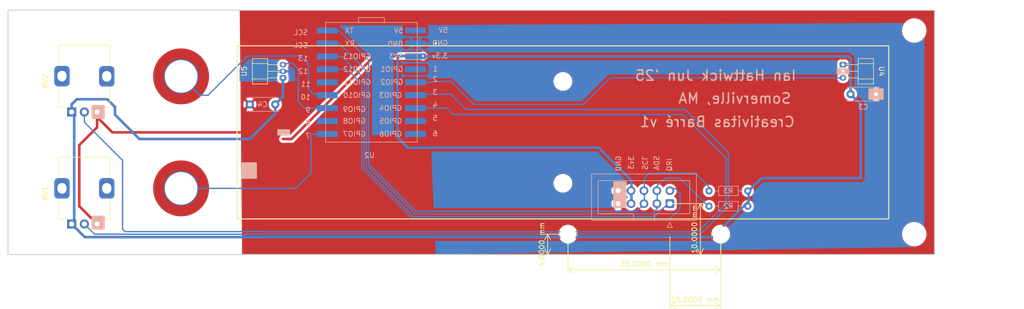
<source format=kicad_pcb>
(kicad_pcb (version 20240108) (generator "pcbnew") (generator_version "8.0")
  (layers (0 "F.Cu" signal) (31 "B.Cu" signal) (34 "B.Paste" user) (35 "F.Paste" user) (36 "B.SilkS" user "B.Silkscreen") (37 "F.SilkS" user "F.Silkscreen") (38 "B.Mask" user) (39 "F.Mask" user) (44 "Edge.Cuts" user))
  (net 0 "")
  (net 1 "/A1")
  (net 2 "+3.3V")
  (net 3 "GND")
  (net 4 "/A2")
  (net 5 "/A3")
  (net 6 "/A4")
  (net 7 "/A5")
  (net 8 "/A6")
  (net 9 "/A0")
  (net 10 "/D2")
  (net 11 "/D1")
  (net 12 "/A8")
  (net 13 "/SCL")
  (net 14 "/SDA")
  (net 15 "/A7")
  (net 16 "/A9")
  (net 17 "/D0")
  (footprint "Potentiometer_THT:Potentiometer_Alps_RK09K_Single_Vertical" (layer "F.Cu") (at 56.5 112 90)
    (property "Reference" "RV1" (at 6.05 -5.15 90) (layer "F.SilkS"))
    (property "Value" "10k")
    (fp_line (start 13.12 -2.521) (end 13.12 7.52) (stroke (width 0.12)) (layer "F.SilkS"))
    (fp_line (start 9.184 -2.521) (end 13.12 -2.521) (stroke (width 0.12)) (layer "F.SilkS"))
    (fp_line (start 0.88 -2.521) (end 4.817 -2.521) (stroke (width 0.12)) (layer "F.SilkS"))
    (fp_line (start 0.88 -2.521) (end 0.88 -1.2) (stroke (width 0.12)) (layer "F.SilkS"))
    (fp_line (start 0.88 1.25) (end 0.88 1.63) (stroke (width 0.12)) (layer "F.SilkS"))
    (fp_line (start 0.88 3.371) (end 0.88 4.13) (stroke (width 0.12)) (layer "F.SilkS"))
    (fp_line (start 0.88 5.87) (end 0.88 7.52) (stroke (width 0.12)) (layer "F.SilkS"))
    (fp_line (start 9.184 7.52) (end 13.12 7.52) (stroke (width 0.12)) (layer "F.SilkS"))
    (fp_line (start 0.88 7.52) (end 4.817 7.52) (stroke (width 0.12)) (layer "F.SilkS"))
    (pad "1" thru_hole rect (at 0 0 90) (size 1.8 1.8) (drill 1) (layers "*.Cu" "*.Mask") (net 2 "+3.3V"))
    (pad "2" thru_hole circle (at 0 2.5 90) (size 1.8 1.8) (drill 1) (layers "*.Cu" "*.Mask") (net 4 "/A2"))
    (pad "3" thru_hole circle (at 0 5 90) (size 1.8 1.8) (drill 1) (layers "*.Cu" "*.Mask") (net 3 "GND"))
    (pad "MP" thru_hole roundrect (at 7 -1.9 90) (size 4 3) (drill oval 2.1 1.8) (layers "*.Cu" "*.Mask"))
    (pad "MP" thru_hole roundrect (at 7 6.9 90) (size 4 3) (drill oval 2.1 1.8) (layers "*.Cu" "*.Mask"))
  )
  (footprint "MountingHole:MountingHole_3.2mm_M3" (layer "F.Cu") (at 225.3 87.9)
    (property "Reference" "H4" (hide yes))
    (property "Value" "MountingHole" (hide yes))
    (pad "" np_thru_hole circle (at -72.3 -3.9) (size 3.2 3.2) (drill 3.2) (layers "F&B.Cu" "*.Mask"))
  )
  (footprint "MountingHole:MountingHole_4.3mm_M4" (layer "F.Cu") (at 222 113)
    (property "Reference" "H5" (hide yes))
    (property "Value" "MountingHole")
    (pad "" np_thru_hole circle (at 0 1) (size 4.3 4.3) (drill 4.3) (layers "F&B.Cu" "*.Mask"))
  )
  (footprint "ih_kicad:TO-92_flat" (layer "F.Cu") (at 98 82 90)
    (property "Reference" "U5" (at 0 -7.62 90) (layer "F.SilkS"))
    (property "Value" "DRV5055A2xLPGxQ1" (hide yes))
    (fp_line (start 1.5 -6) (end 1.5 -3) (stroke (width 0.12)) (layer "F.SilkS"))
    (fp_line (start -1.5 -6) (end -1.5 -3) (stroke (width 0.12)) (layer "F.SilkS"))
    (fp_line (start 1.3 -0.5) (end 1.3 -3) (stroke (width 0.12)) (layer "F.SilkS"))
    (fp_line (start 0 -0.5) (end 0 -3) (stroke (width 0.12)) (layer "F.SilkS"))
    (fp_line (start -1.3 -0.5) (end -1.3 -3) (stroke (width 0.12)) (layer "F.SilkS"))
    (fp_rect (start -2.5 -6) (end 2.5 -3) (stroke (width 0.12)) (fill none) (layer "F.SilkS"))
    (pad "1" thru_hole roundrect (at -1.3 0 90) (size 1.05 1.3) (drill 0.6) (layers "*.Cu" "*.Mask") (roundrect_rratio 0.238) (net 2 "+3.3V"))
    (pad "2" thru_hole oval (at 0 0 90) (size 1.05 1.3) (drill 0.6) (layers "*.Cu" "*.Mask") (net 3 "GND"))
    (pad "3" thru_hole oval (at 1.3 0 90) (size 1.05 1.3) (drill 0.6) (layers "*.Cu" "*.Mask") (net 12 "/A8"))
  )
  (footprint "ih_kicad:TO-92_flat" (layer "F.Cu") (at 208 82 -90)
    (property "Reference" "U4" (at 0 -7.62 -90) (layer "F.SilkS"))
    (property "Value" "DRV5055A2xLPGxQ1" (hide yes))
    (fp_line (start -1.3 -0.5) (end -1.3 -3) (stroke (width 0.12)) (layer "F.SilkS"))
    (fp_line (start 0 -0.5) (end 0 -3) (stroke (width 0.12)) (layer "F.SilkS"))
    (fp_line (start 1.3 -0.5) (end 1.3 -3) (stroke (width 0.12)) (layer "F.SilkS"))
    (fp_line (start -1.5 -6) (end -1.5 -3) (stroke (width 0.12)) (layer "F.SilkS"))
    (fp_line (start 1.5 -6) (end 1.5 -3) (stroke (width 0.12)) (layer "F.SilkS"))
    (fp_rect (start -2.5 -6) (end 2.5 -3) (stroke (width 0.12)) (fill none) (layer "F.SilkS"))
    (pad "1" thru_hole roundrect (at -1.3 0 270) (size 1.05 1.3) (drill 0.6) (layers "*.Cu" "*.Mask") (roundrect_rratio 0.238) (net 2 "+3.3V"))
    (pad "2" thru_hole oval (at 0 0 270) (size 1.05 1.3) (drill 0.6) (layers "*.Cu" "*.Mask") (net 3 "GND"))
    (pad "3" thru_hole oval (at 1.3 0 270) (size 1.05 1.3) (drill 0.6) (layers "*.Cu" "*.Mask") (net 1 "/A1"))
  )
  (footprint "MountingHole:MountingHole_6.4mm_M6_DIN965_Pad_TopBottom" (layer "F.Cu") (at 78 105)
    (property "Reference" "H8" (hide yes))
    (property "Value" "MountingHole_Pad" (hide yes))
    (pad "1" thru_hole circle (at 0 0) (size 6.8 6.8) (drill 6.4) (layers "*.Cu" "*.Mask") (net 8 "/A6"))
    (pad "1" connect circle (at 0 0) (size 11 11) (layers "F.Cu" "F.Mask") (net 8 "/A6"))
  )
  (footprint "MountingHole:MountingHole_4.3mm_M4" (layer "F.Cu") (at 239 101)
    (property "Reference" "H3" (hide yes))
    (property "Value" "MountingHole" (hide yes))
    (pad "" np_thru_hole circle (at -17 -27) (size 4.3 4.3) (drill 4.3) (layers "F&B.Cu" "*.Mask"))
  )
  (footprint "MountingHole:MountingHole_3.2mm_M3" (layer "F.Cu") (at 154 114)
    (property "Reference" "H9" (hide yes))
    (property "Value" "MountingHole")
    (pad "" np_thru_hole circle (at 0 0) (size 3.2 3.2) (drill 3.2) (layers "F&B.Cu" "*.Mask"))
  )
  (footprint "MountingHole:MountingHole_3.2mm_M3" (layer "F.Cu") (at 225.3 103.8)
    (property "Reference" "H6" (hide yes))
    (property "Value" "MountingHole" (hide yes))
    (pad "" np_thru_hole circle (at -72.3 0.2) (size 3.2 3.2) (drill 3.2) (layers "F&B.Cu" "*.Mask"))
  )
  (footprint "Potentiometer_THT:Potentiometer_Alps_RK09K_Single_Vertical" (layer "F.Cu") (at 56.5 90 90)
    (property "Reference" "RV2" (at 6.05 -5.15 90) (layer "F.SilkS"))
    (property "Value" "10k")
    (fp_line (start 13.12 -2.521) (end 13.12 7.52) (stroke (width 0.12)) (layer "F.SilkS"))
    (fp_line (start 9.184 -2.521) (end 13.12 -2.521) (stroke (width 0.12)) (layer "F.SilkS"))
    (fp_line (start 0.88 -2.521) (end 4.817 -2.521) (stroke (width 0.12)) (layer "F.SilkS"))
    (fp_line (start 0.88 -2.521) (end 0.88 -1.2) (stroke (width 0.12)) (layer "F.SilkS"))
    (fp_line (start 0.88 1.25) (end 0.88 1.63) (stroke (width 0.12)) (layer "F.SilkS"))
    (fp_line (start 0.88 3.371) (end 0.88 4.13) (stroke (width 0.12)) (layer "F.SilkS"))
    (fp_line (start 0.88 5.87) (end 0.88 7.52) (stroke (width 0.12)) (layer "F.SilkS"))
    (fp_line (start 9.184 7.52) (end 13.12 7.52) (stroke (width 0.12)) (layer "F.SilkS"))
    (fp_line (start 0.88 7.52) (end 4.817 7.52) (stroke (width 0.12)) (layer "F.SilkS"))
    (pad "1" thru_hole rect (at 0 0 90) (size 1.8 1.8) (drill 1) (layers "*.Cu" "*.Mask") (net 2 "+3.3V"))
    (pad "2" thru_hole circle (at 0 2.5 90) (size 1.8 1.8) (drill 1) (layers "*.Cu" "*.Mask") (net 5 "/A3"))
    (pad "3" thru_hole circle (at 0 5 90) (size 1.8 1.8) (drill 1) (layers "*.Cu" "*.Mask") (net 3 "GND"))
    (pad "MP" thru_hole roundrect (at 7 6.9 90) (size 4 3) (drill oval 2.1 1.8) (layers "*.Cu" "*.Mask"))
    (pad "MP" thru_hole roundrect (at 7.05 -1.9 90) (size 4 3) (drill oval 2.1 1.8) (layers "*.Cu" "*.Mask"))
  )
  (footprint "MountingHole:MountingHole_4.3mm_M4" (layer "F.Cu") (at 47 114)
    (property "Reference" "H2" (hide yes))
    (property "Value" "MountingHole" (hide yes))
    (pad "" np_thru_hole circle (at 1 0) (size 4.3 4.3) (drill 4.3) (layers "F&B.Cu" "*.Mask"))
  )
  (footprint "MountingHole:MountingHole_6.4mm_M6_DIN965_Pad_TopBottom" (layer "F.Cu") (at 78 83)
    (property "Reference" "H7" (hide yes))
    (property "Value" "MountingHole_Pad" (hide yes))
    (pad "1" thru_hole circle (at 0 0) (size 6.8 6.8) (drill 6.4) (layers "*.Cu" "*.Mask") (net 16 "/A9"))
    (pad "1" connect circle (at 0 0) (size 11 11) (layers "F.Cu" "F.Mask") (net 16 "/A9"))
  )
  (footprint "MountingHole:MountingHole_3.2mm_M3" (layer "F.Cu") (at 185 114)
    (property "Reference" "H10" (hide yes))
    (property "Value" "MountingHole")
    (pad "" np_thru_hole circle (at -1 0) (size 3.2 3.2) (drill 3.2) (layers "F&B.Cu" "*.Mask"))
  )
  (footprint "MountingHole:MountingHole_4.3mm_M4" (layer "F.Cu") (at 48 74)
    (property "Reference" "H1" (hide yes))
    (property "Value" "MountingHole" (hide yes))
    (pad "" np_thru_hole circle (at 0 0) (size 4.3 4.3) (drill 4.3) (layers "F&B.Cu" "*.Mask"))
  )
  (footprint "Capacitor_THT:C_Disc_D6.0mm_W2.5mm_P5.00mm" (layer "B.Cu") (at 209.5 86.5)
    (property "Reference" "C3" (at 2.5 2.5 0) (layer "B.SilkS") (effects (justify mirror)))
    (property "Value" "C_Small")
    (fp_line (start -0.62 -1.37) (end -0.62 -0.925) (stroke (width 0.12)) (layer "B.SilkS"))
    (fp_line (start -0.62 0.925) (end -0.62 1.37) (stroke (width 0.12)) (layer "B.SilkS"))
    (fp_line (start 5.62 -1.37) (end -0.62 -1.37) (stroke (width 0.12)) (layer "B.SilkS"))
    (fp_line (start 5.62 -1.37) (end 5.62 -0.925) (stroke (width 0.12)) (layer "B.SilkS"))
    (fp_line (start 5.62 0.925) (end 5.62 1.37) (stroke (width 0.12)) (layer "B.SilkS"))
    (fp_line (start 5.62 1.37) (end -0.62 1.37) (stroke (width 0.12)) (layer "B.SilkS"))
    (pad "1" thru_hole circle (at 0 0) (size 1.6 1.6) (drill 0.8) (layers "*.Cu" "*.Mask") (net 2 "+3.3V"))
    (pad "2" thru_hole circle (at 5 0) (size 1.6 1.6) (drill 0.8) (layers "*.Cu" "*.Mask") (net 3 "GND"))
  )
  (footprint "Connector_IDC:IDC-Header_2x05_P2.54mm_Vertical" (layer "B.Cu") (at 174 108 90)
    (property "Reference" "J3" (hide yes))
    (property "Value" "IDC_5x2")
    (fp_line (start 5.83 -15.37) (end 5.83 5.21) (stroke (width 0.12)) (layer "B.SilkS"))
    (fp_line (start -3.29 -15.37) (end 5.83 -15.37) (stroke (width 0.12)) (layer "B.SilkS"))
    (fp_line (start 4.52 -14.07) (end 4.52 3.91) (stroke (width 0.12)) (layer "B.SilkS"))
    (fp_line (start -1.98 -14.07) (end 4.52 -14.07) (stroke (width 0.12)) (layer "B.SilkS"))
    (fp_line (start -1.98 -7.13) (end -1.98 -14.07) (stroke (width 0.12)) (layer "B.SilkS"))
    (fp_line (start -1.98 -7.13) (end -1.98 -7.13) (stroke (width 0.12)) (layer "B.SilkS"))
    (fp_line (start -3.29 -7.13) (end -1.98 -7.13) (stroke (width 0.12)) (layer "B.SilkS"))
    (fp_line (start -1.98 -3.03) (end -3.29 -3.03) (stroke (width 0.12)) (layer "B.SilkS"))
    (fp_line (start -4.68 -0.5) (end -4.68 0.5) (stroke (width 0.12)) (layer "B.SilkS"))
    (fp_line (start -3.68 0) (end -4.68 -0.5) (stroke (width 0.12)) (layer "B.SilkS"))
    (fp_line (start -4.68 0.5) (end -3.68 0) (stroke (width 0.12)) (layer "B.SilkS"))
    (fp_line (start 4.52 3.91) (end -1.98 3.91) (stroke (width 0.12)) (layer "B.SilkS"))
    (fp_line (start -1.98 3.91) (end -1.98 -3.03) (stroke (width 0.12)) (layer "B.SilkS"))
    (fp_line (start 5.83 5.21) (end -3.29 5.21) (stroke (width 0.12)) (layer "B.SilkS"))
    (fp_line (start -3.29 5.21) (end -3.29 -15.37) (stroke (width 0.12)) (layer "B.SilkS"))
    (pad "1" thru_hole roundrect (at 0 0 90) (size 1.7 1.7) (drill 1) (layers "*.Cu" "*.Mask") (roundrect_rratio 0.147059) (net 10 "/D2"))
    (pad "2" thru_hole circle (at 2.54 0 90) (size 1.7 1.7) (drill 1) (layers "*.Cu" "*.Mask") (net 11 "/D1"))
    (pad "3" thru_hole circle (at 0 -2.54 90) (size 1.7 1.7) (drill 1) (layers "*.Cu" "*.Mask") (net 14 "/SDA"))
    (pad "4" thru_hole circle (at 2.54 -2.54 90) (size 1.7 1.7) (drill 1) (layers "*.Cu" "*.Mask") (net 14 "/SDA"))
    (pad "5" thru_hole circle (at 0 -5.08 90) (size 1.7 1.7) (drill 1) (layers "*.Cu" "*.Mask") (net 13 "/SCL"))
    (pad "6" thru_hole circle (at 2.54 -5.08 90) (size 1.7 1.7) (drill 1) (layers "*.Cu" "*.Mask") (net 13 "/SCL"))
    (pad "7" thru_hole circle (at 0 -7.62 90) (size 1.7 1.7) (drill 1) (layers "*.Cu" "*.Mask") (net 2 "+3.3V"))
    (pad "8" thru_hole circle (at 2.54 -7.62 90) (size 1.7 1.7) (drill 1) (layers "*.Cu" "*.Mask") (net 2 "+3.3V"))
    (pad "9" thru_hole circle (at 0 -10.16 90) (size 1.7 1.7) (drill 1) (layers "*.Cu" "*.Mask") (net 3 "GND"))
    (pad "10" thru_hole circle (at 2.54 -10.16 90) (size 1.7 1.7) (drill 1) (layers "*.Cu" "*.Mask") (net 3 "GND"))
  )
  (footprint "Resistor_THT:R_Axial_DIN0204_L3.6mm_D1.6mm_P7.62mm_Horizontal" (layer "B.Cu") (at 189.31 105.5 180)
    (property "Reference" "R3" (at 3.81 0 0) (layer "B.SilkS") (effects (justify mirror)))
    (property "Value" "2k2")
    (fp_line (start 5.73 0.92) (end 5.73 -0.92) (stroke (width 0.12)) (layer "B.SilkS"))
    (fp_line (start 5.73 0) (end 6.68 0) (stroke (width 0.12)) (layer "B.SilkS"))
    (fp_line (start 5.73 -0.92) (end 1.89 -0.92) (stroke (width 0.12)) (layer "B.SilkS"))
    (fp_line (start 1.89 0.92) (end 5.73 0.92) (stroke (width 0.12)) (layer "B.SilkS"))
    (fp_line (start 1.89 0) (end 0.94 0) (stroke (width 0.12)) (layer "B.SilkS"))
    (fp_line (start 1.89 -0.92) (end 1.89 0.92) (stroke (width 0.12)) (layer "B.SilkS"))
    (pad "1" thru_hole circle (at 0 0 180) (size 1.4 1.4) (drill 0.7) (layers "*.Cu" "*.Mask") (net 2 "+3.3V"))
    (pad "2" thru_hole oval (at 7.62 0 180) (size 1.4 1.4) (drill 0.7) (layers "*.Cu" "*.Mask") (net 13 "/SCL"))
  )
  (footprint "ih_kicad:Wifiduino-ESP32S3-SMD" (layer "B.Cu") (at 115.38 84.16 180)
    (property "Reference" "U2" (at 0.38 -14.34 0) (layer "B.SilkS") (effects (justify mirror)))
    (property "Value" "~")
    (fp_line (start 9 11.75) (end 9 -11.75) (stroke (width 0.12)) (layer "B.SilkS"))
    (fp_line (start 9 -11.75) (end -9 -11.75) (stroke (width 0.12)) (layer "B.SilkS"))
    (fp_line (start 2.54 12.7) (end -2.54 12.7) (stroke (width 0.12)) (layer "B.SilkS"))
    (fp_line (start 2.54 11.75) (end 2.54 12.7) (stroke (width 0.12)) (layer "B.SilkS"))
    (fp_line (start -2.54 12.7) (end -2.54 11.75) (stroke (width 0.12)) (layer "B.SilkS"))
    (fp_line (start -9 11.75) (end 9 11.75) (stroke (width 0.12)) (layer "B.SilkS"))
    (fp_line (start -9 -11.75) (end -9 11.75) (stroke (width 0.12)) (layer "B.SilkS"))
    (fp_text user "TX" (at 5.309999 10.16 0) (layer "B.SilkS") (effects (justify right mirror)))
    (fp_text user "RX" (at 5.309999 7.62 0) (layer "B.SilkS") (effects (justify right mirror)))
    (fp_text user "GPIO11" (at 0 0 0) (layer "B.SilkS") (effects (justify left mirror)))
    (fp_text user "GND" (at -6.35 7.62 180) (layer "B.SilkS") (effects (justify right mirror)))
    (fp_text user "GPIO8" (at 1 -7.62 0) (layer "B.SilkS") (effects (justify left mirror)))
    (fp_text user "3V3" (at -6.35 5.08 0) (layer "B.SilkS") (effects (justify left mirror)))
    (fp_text user "GPIO4" (at -6.120001 -5.08 0) (layer "B.SilkS") (effects (justify left mirror)))
    (fp_text user "GPIO12" (at 0 2.54 0) (layer "B.SilkS") (effects (justify left mirror)))
    (fp_text user "GPIO5" (at -6.120001 -7.62 0) (layer "B.SilkS") (effects (justify left mirror)))
    (fp_text user "5V" (at -6.35 10.16 0) (layer "B.SilkS") (effects (justify left mirror)))
    (fp_text user "GPIO2" (at -6.35 0 0) (layer "B.SilkS") (effects (justify left mirror)))
    (fp_text user "GPIO13" (at 0 5.08 0) (layer "B.SilkS") (effects (justify left mirror)))
    (fp_text user "GPIO9" (at 1 -5.309999 0) (layer "B.SilkS") (effects (justify left mirror)))
    (fp_text user "GPIO10" (at 0 -2.54 0) (layer "B.SilkS") (effects (justify left mirror)))
    (fp_text user "GPIO7" (at 1 -10.16 0) (layer "B.SilkS") (effects (justify left mirror)))
    (fp_text user "GPIO1" (at -6.35 2.54 0) (layer "B.SilkS") (effects (justify left mirror)))
    (fp_text user "GPIO3" (at -6.120001 -2.54 0) (layer "B.SilkS") (effects (justify left mirror)))
    (fp_text user "GPIO6" (at -6.120001 -10.16 0) (layer "B.SilkS") (effects (justify left mirror)))
    (pad "1" smd custom (at -7.62 10.16 270) (size 1.2 2) (layers "B.Cu" "B.Paste" "B.Mask") (options (clearance outline) (anchor rect)) (primitives (gr_poly (pts (xy -0.5 -3) (xy -0.5 0.5) (xy 0.5 0.5) (xy 0.5 -3)) (width 0.2) (fill yes))))
    (pad "2" smd custom (at -7.62 7.62 270) (size 1.2 2) (layers "B.Cu" "B.Paste" "B.Mask") (net 3 "GND") (options (clearance outline) (anchor rect)) (primitives (gr_poly (pts (xy -0.5 -3) (xy -0.5 0.5) (xy 0.5 0.5) (xy 0.5 -3)) (width 0.2) (fill yes))))
    (pad "3" smd custom (at -7.62 5.08 270) (size 1.2 2) (layers "B.Cu" "B.Paste" "B.Mask") (net 2 "+3.3V") (options (clearance outline) (anchor rect)) (primitives (gr_poly (pts (xy -0.5 -3) (xy -0.5 0.5) (xy 0.5 0.5) (xy 0.5 -3)) (width 0.2) (fill yes))))
    (pad "4" smd custom (at -7.62 2.54 270) (size 1.2 2) (layers "B.Cu" "B.Paste" "B.Mask") (net 9 "/A0") (options (clearance outline) (anchor rect)) (primitives (gr_poly (pts (xy -0.5 -3) (xy -0.5 0.5) (xy 0.5 0.5) (xy 0.5 -3)) (width 0.2) (fill yes))))
    (pad "5" smd custom (at -7.62 0 270) (size 1.2 2) (layers "B.Cu" "B.Paste" "B.Mask") (net 1 "/A1") (options (clearance outline) (anchor rect)) (primitives (gr_poly (pts (xy -0.5 -3) (xy -0.5 0.5) (xy 0.5 0.5) (xy 0.5 -3)) (width 0.2) (fill yes))))
    (pad "6" smd custom (at -7.62 -2.54 270) (size 1.2 2) (layers "B.Cu" "B.Paste" "B.Mask") (net 4 "/A2") (options (clearance outline) (anchor rect)) (primitives (gr_poly (pts (xy -0.5 -3) (xy -0.5 0.5) (xy 0.5 0.5) (xy 0.5 -3)) (width 0.2) (fill yes))))
    (pad "7" smd custom (at -7.62 -5.08 270) (size 1.2 2) (layers "B.Cu" "B.Paste" "B.Mask") (net 5 "/A3") (options (clearance outline) (anchor rect)) (primitives (gr_poly (pts (xy -0.5 -3) (xy -0.5 0.5) (xy 0.5 0.5) (xy 0.5 -3)) (width 0.2) (fill yes))))
    (pad "8" smd custom (at -7.62 -7.62 270) (size 1.2 2) (layers "B.Cu" "B.Paste" "B.Mask") (net 6 "/A4") (options (clearance outline) (anchor rect)) (primitives (gr_poly (pts (xy -0.5 -3) (xy -0.5 0.5) (xy 0.5 0.5) (xy 0.5 -3)) (width 0.2) (fill yes))))
    (pad "9" smd custom (at -7.62 -10.16 270) (size 1.2 2) (layers "B.Cu" "B.Paste" "B.Mask") (net 7 "/A5") (options (clearance outline) (anchor rect)) (primitives (gr_poly (pts (xy -0.5 -3) (xy -0.5 0.5) (xy 0.5 0.5) (xy 0.5 -3)) (width 0.2) (fill yes))))
    (pad "10" smd custom (at 7.62 -10.16 90) (size 1.2 2) (layers "B.Cu" "B.Paste" "B.Mask") (net 8 "/A6") (options (clearance outline) (anchor rect)) (primitives (gr_poly (pts (xy -0.5 -3) (xy -0.5 0.5) (xy 0.5 0.5) (xy 0.5 -3)) (width 0.2) (fill yes))))
    (pad "11" smd custom (at 7.62 -7.62 90) (size 1.2 2) (layers "B.Cu" "B.Paste" "B.Mask") (net 15 "/A7") (options (clearance outline) (anchor rect)) (primitives (gr_poly (pts (xy -0.5 -3) (xy -0.5 0.5) (xy 0.5 0.5) (xy 0.5 -3)) (width 0.2) (fill yes))))
    (pad "12" smd custom (at 7.62 -5.08 90) (size 1.2 2) (layers "B.Cu" "B.Paste" "B.Mask") (net 12 "/A8") (options (clearance outline) (anchor rect)) (primitives (gr_poly (pts (xy -0.5 -3) (xy -0.5 0.5) (xy 0.5 0.5) (xy 0.5 -3)) (width 0.2) (fill yes))))
    (pad "13" smd custom (at 7.62 -2.54 90) (size 1.2 2) (layers "B.Cu" "B.Paste" "B.Mask") (net 16 "/A9") (options (clearance outline) (anchor rect)) (primitives (gr_poly (pts (xy -0.5 -3) (xy -0.5 0.5) (xy 0.5 0.5) (xy 0.5 -3)) (width 0.2) (fill yes))))
    (pad "14" smd custom (at 7.62 0 90) (size 1.2 2) (layers "B.Cu" "B.Paste" "B.Mask") (net 17 "/D0") (options (clearance outline) (anchor rect)) (primitives (gr_poly (pts (xy -0.5 -3) (xy -0.5 0.5) (xy 0.5 0.5) (xy 0.5 -3)) (width 0.2) (fill yes))))
    (pad "15" smd custom (at 7.62 2.54 90) (size 1.2 2) (layers "B.Cu" "B.Paste" "B.Mask") (net 11 "/D1") (options (clearance outline) (anchor rect)) (primitives (gr_poly (pts (xy -0.5 -3) (xy -0.5 0.5) (xy 0.5 0.5) (xy 0.5 -3)) (width 0.2) (fill yes))))
    (pad "16" smd custom (at 7.62 5.08 90) (size 1.2 2) (layers "B.Cu" "B.Paste" "B.Mask") (net 10 "/D2") (options (clearance outline) (anchor rect)) (primitives (gr_poly (pts (xy -0.5 -3) (xy -0.5 0.5) (xy 0.5 0.5) (xy 0.5 -3)) (width 0.2) (fill yes))))
    (pad "17" smd custom (at 7.62 7.62 90) (size 1.2 2) (layers "B.Cu" "B.Paste" "B.Mask") (net 14 "/SDA") (options (clearance outline) (anchor rect)) (primitives (gr_poly (pts (xy -0.5 -3) (xy -0.5 0.5) (xy 0.5 0.5) (xy 0.5 -3)) (width 0.2) (fill yes))))
    (pad "18" smd custom (at 7.62 10.16 90) (size 1.2 2) (layers "B.Cu" "B.Paste" "B.Mask") (net 13 "/SCL") (options (clearance outline) (anchor rect)) (primitives (gr_poly (pts (xy -0.5 -3) (xy -0.5 0.5) (xy 0.5 0.5) (xy 0.5 -3)) (width 0.2) (fill yes))))
  )
  (footprint "Capacitor_THT:C_Disc_D6.0mm_W2.5mm_P5.00mm" (layer "B.Cu") (at 96.5 88.5 180)
    (property "Reference" "C4" (at 2.5 0 0) (layer "B.SilkS") (effects (justify mirror)))
    (property "Value" "C_Small")
    (fp_line (start 5.62 1.37) (end -0.62 1.37) (stroke (width 0.12)) (layer "B.SilkS"))
    (fp_line (start 5.62 0.925) (end 5.62 1.37) (stroke (width 0.12)) (layer "B.SilkS"))
    (fp_line (start 5.62 -1.37) (end 5.62 -0.925) (stroke (width 0.12)) (layer "B.SilkS"))
    (fp_line (start 5.62 -1.37) (end -0.62 -1.37) (stroke (width 0.12)) (layer "B.SilkS"))
    (fp_line (start -0.62 0.925) (end -0.62 1.37) (stroke (width 0.12)) (layer "B.SilkS"))
    (fp_line (start -0.62 -1.37) (end -0.62 -0.925) (stroke (width 0.12)) (layer "B.SilkS"))
    (pad "1" thru_hole circle (at 0 0 180) (size 1.6 1.6) (drill 0.8) (layers "*.Cu" "*.Mask") (net 2 "+3.3V"))
    (pad "2" thru_hole circle (at 5 0 180) (size 1.6 1.6) (drill 0.8) (layers "*.Cu" "*.Mask") (net 3 "GND"))
  )
  (footprint "Resistor_THT:R_Axial_DIN0204_L3.6mm_D1.6mm_P7.62mm_Horizontal" (layer "B.Cu") (at 189.31 108.5 180)
    (property "Reference" "R2" (at 3.81 0 0) (layer "B.SilkS") (effects (justify mirror)))
    (property "Value" "2k2")
    (fp_line (start 5.73 0.92) (end 5.73 -0.92) (stroke (width 0.12)) (layer "B.SilkS"))
    (fp_line (start 5.73 0) (end 6.68 0) (stroke (width 0.12)) (layer "B.SilkS"))
    (fp_line (start 5.73 -0.92) (end 1.89 -0.92) (stroke (width 0.12)) (layer "B.SilkS"))
    (fp_line (start 1.89 0.92) (end 5.73 0.92) (stroke (width 0.12)) (layer "B.SilkS"))
    (fp_line (start 1.89 0) (end 0.94 0) (stroke (width 0.12)) (layer "B.SilkS"))
    (fp_line (start 1.89 -0.92) (end 1.89 0.92) (stroke (width 0.12)) (layer "B.SilkS"))
    (pad "1" thru_hole circle (at 0 0 180) (size 1.4 1.4) (drill 0.7) (layers "*.Cu" "*.Mask") (net 2 "+3.3V"))
    (pad "2" thru_hole oval (at 7.62 0 180) (size 1.4 1.4) (drill 0.7) (layers "*.Cu" "*.Mask") (net 14 "/SDA"))
  )
  (gr_rect (start 60.5 110.46) (end 62.897 113) (stroke (width 0.2)) (fill solid) (layer "B.SilkS"))
  (gr_rect (start 213.103 85.46) (end 215.897 87.5) (stroke (width 0.2)) (fill solid) (layer "B.SilkS"))
  (gr_rect (start 90 99.98) (end 92.794 103.02) (stroke (width 0.2)) (fill solid) (layer "B.SilkS"))
  (gr_rect (start 97 93.48) (end 99.294 94.52) (stroke (width 0.2)) (fill solid) (layer "B.SilkS"))
  (gr_rect (start 163 103.73) (end 165.397 108.77) (stroke (width 0.2)) (fill solid) (layer "B.SilkS"))
  (gr_rect (start 206.853 81.5) (end 209.147 82.54) (stroke (width 0.2)) (fill solid) (layer "B.SilkS"))
  (gr_rect (start 60.5 88.73) (end 62.897 91.27) (stroke (width 0.2)) (fill solid) (layer "B.SilkS"))
  (gr_rect (start 89 77) (end 217 111) (stroke (width 0.2)) (fill none) (layer "F.SilkS"))
  (gr_rect (start 44 70) (end 226 118) (stroke (width 0.2)) (fill none) (layer "Edge.Cuts"))
  (gr_text "3v3\n" (at 167 98.5 90) (layer "B.SilkS") (effects (font (size 1 1)) (justify left bottom mirror)))
  (gr_text "2" (at 128.468 84.152 -0) (layer "B.SilkS") (effects (font (size 1 1)) (justify left bottom mirror)))
  (gr_text "Ian Hattwick Jun '25" (at 199 84 0) (layer "B.SilkS") (effects (font (size 2 2) (thickness 0.3) (bold yes)) (justify left bottom mirror)))
  (gr_text "SCL" (at 103 77.5 -0) (layer "B.SilkS") (effects (font (size 1 1)) (justify left bottom mirror)))
  (gr_text "4" (at 128.468 89.232 -0) (layer "B.SilkS") (effects (font (size 1 1)) (justify left bottom mirror)))
  (gr_text "Somerville, MA" (at 198 88.5 0) (layer "B.SilkS") (effects (font (size 2 2) (thickness 0.3) (bold yes)) (justify left bottom mirror)))
  (gr_text "IRQ\n" (at 174.5 99 90) (layer "B.SilkS") (effects (font (size 1 1)) (justify left bottom mirror)))
  (gr_text "3" (at 128.468 86.692 -0) (layer "B.SilkS") (effects (font (size 1 1)) (justify left bottom mirror)))
  (gr_text "5V" (at 130.5 74.5 -0) (layer "B.SilkS") (effects (font (size 1 1)) (justify left bottom mirror)))
  (gr_text "12" (at 103 82.58 -0) (layer "B.SilkS") (effects (font (size 1 1)) (justify left bottom mirror)))
  (gr_text "11" (at 103.508 85.12 -0) (layer "B.SilkS") (effects (font (size 1 1)) (justify left bottom mirror)))
  (gr_text "GND" (at 130.5 77.04 -0) (layer "B.SilkS") (effects (font (size 1 1)) (justify left bottom mirror)))
  (gr_text "13" (at 103 80.04 -0) (layer "B.SilkS") (effects (font (size 1 1)) (justify left bottom mirror)))
  (gr_text "3.3v" (at 130.5 79.58 -0) (layer "B.SilkS") (effects (font (size 1 1)) (justify left bottom mirror)))
  (gr_text "GND\n" (at 164.5 98.5 90) (layer "B.SilkS") (effects (font (size 1 1)) (justify left bottom mirror)))
  (gr_text "SCL" (at 103 74.96 -0) (layer "B.SilkS") (effects (font (size 1 1)) (justify left bottom mirror)))
  (gr_text "Creativitas Barré v1" (at 198.7 93.1 0) (layer "B.SilkS") (effects (font (size 2 2) (thickness 0.3) (bold yes)) (justify left bottom mirror)))
  (gr_text "1" (at 128.468 82.12 -0) (layer "B.SilkS") (effects (font (size 1 1)) (justify left bottom mirror)))
  (gr_text "SCL" (at 168.5 101.5 -90) (layer "B.SilkS") (effects (font (size 1 1)) (justify left bottom mirror)))
  (gr_text "10" (at 103.508 87.66 -0) (layer "B.SilkS") (effects (font (size 1 1)) (justify left bottom mirror)))
  (gr_text "9" (at 103.508 90.2 -0) (layer "B.SilkS") (effects (font (size 1 1)) (justify left bottom mirror)))
  (gr_text "8" (at 103.508 92.74 -0) (layer "B.SilkS") (effects (font (size 1 1)) (justify left bottom mirror)))
  (gr_text "SDA" (at 172 98.5 90) (layer "B.SilkS") (effects (font (size 1 1)) (justify left bottom mirror)))
  (gr_text "6" (at 128.468 94.82 -0) (layer "B.SilkS") (effects (font (size 1 1)) (justify left bottom mirror)))
  (gr_text "5" (at 128.468 91.772 -0) (layer "B.SilkS") (effects (font (size 1 1)) (justify left bottom mirror)))
  (gr_text "7" (at 103.508 95.28 -0) (layer "B.SilkS") (effects (font (size 1 1)) (justify left bottom mirror)))
  (dimension (type aligned) (layer "F.SilkS") (pts (xy 174 108) (xy 174 118)) (height -6) (gr_text "10.0000 mm" (at 178.85 113 90) (layer "F.SilkS") (effects (font (size 1 1) (thickness 0.15)))) (format (prefix "") (suffix "") (units 3) (units_format 1) (precision 4)) (style (thickness 0.15) (arrow_length 1.27) (text_position_mode 0) (extension_height 0.58642) (extension_offset 0.5) keep_text_aligned))
  (dimension (type aligned) (layer "F.SilkS") (pts (xy 184 114) (xy 174 114)) (height -14) (gr_text "10.0000 mm" (at 179 126.85 0) (layer "F.SilkS") (effects (font (size 1 1) (thickness 0.15)))) (format (prefix "") (suffix "") (units 3) (units_format 1) (precision 4)) (style (thickness 0.15) (arrow_length 1.27) (text_position_mode 0) (extension_height 0.58642) (extension_offset 0.5) keep_text_aligned))
  (dimension (type aligned) (layer "F.SilkS") (pts (xy 154 114) (xy 154 118)) (height 4) (gr_text "4.0000 mm" (at 148.85 116 90) (layer "F.SilkS") (effects (font (size 1 1) (thickness 0.15)))) (format (prefix "") (suffix "") (units 3) (units_format 1) (precision 4)) (style (thickness 0.15) (arrow_length 1.27) (text_position_mode 0) (extension_height 0.58642) (extension_offset 0.5) keep_text_aligned))
  (dimension (type aligned) (layer "F.SilkS") (pts (xy 154 114) (xy 184 114)) (height 6.999999) (gr_text "30.0000 mm" (at 169 119.849999 0) (layer "F.SilkS") (effects (font (size 1 1) (thickness 0.15)))) (format (prefix "") (suffix "") (units 3) (units_format 1) (precision 4)) (style (thickness 0.15) (arrow_length 1.27) (text_position_mode 0) (extension_height 0.58642) (extension_offset 0.5) keep_text_aligned))
  (segment (start 157 88.5) (end 135.5 88.5) (width 0.25) (layer "B.Cu") (net 1))
  (segment (start 135.5 88.5) (end 131 84) (width 0.25) (layer "B.Cu") (net 1))
  (segment (start 131 84) (end 127.5 84) (width 0.25) (layer "B.Cu") (net 1))
  (segment (start 123 84.16) (end 127.34 84.16) (width 0.25) (layer "B.Cu") (net 1))
  (segment (start 162.2 83.3) (end 157 88.5) (width 0.25) (layer "B.Cu") (net 1))
  (segment (start 127.34 84.16) (end 127.5 84) (width 0.25) (layer "B.Cu") (net 1))
  (segment (start 208 83.3) (end 162.2 83.3) (width 0.25) (layer "B.Cu") (net 1))
  (segment (start 116 79) (end 125.5 79) (width 0.5) (layer "F.Cu") (net 2))
  (segment (start 98 95.3) (end 99.7 95.3) (width 0.5) (layer "F.Cu") (net 2))
  (segment (start 99.7 95.3) (end 116 79) (width 0.5) (layer "F.Cu") (net 2))
  (via (at 125.5 79) (size 0.8) (drill 0.4) (layers "F.Cu" "B.Cu") (net 2))
  (segment (start 120.5 95) (end 120.5 79.5) (width 0.5) (layer "B.Cu") (net 2))
  (segment (start 91.5 95.3) (end 69.8 95.3) (width 0.5) (layer "B.Cu") (net 2))
  (segment (start 63.5 87.5) (end 57.5 87.5) (width 0.5) (layer "B.Cu") (net 2))
  (segment (start 209.5 80.5) (end 209.5 86.5) (width 0.5) (layer "B.Cu") (net 2))
  (segment (start 166.46 103.46) (end 160 97) (width 0.5) (layer "B.Cu") (net 2))
  (segment (start 120.5 79.5) (end 121 79) (width 0.5) (layer "B.Cu") (net 2))
  (segment (start 209.5 79.5) (end 209.5 80.5) (width 0.5) (layer "B.Cu") (net 2))
  (segment (start 57.5 87.5) (end 56.5 88.5) (width 0.5) (layer "B.Cu") (net 2))
  (segment (start 65 90.5) (end 65 89) (width 0.5) (layer "B.Cu") (net 2))
  (segment (start 57 111.5) (end 57 90.5) (width 0.5) (layer "B.Cu") (net 2))
  (segment (start 57 90.5) (end 56.5 90) (width 0.5) (layer "B.Cu") (net 2))
  (segment (start 96.5 90.3) (end 91.5 95.3) (width 0.5) (layer "B.Cu") (net 2))
  (segment (start 208 80.7) (end 209.3 80.7) (width 0.5) (layer "B.Cu") (net 2))
  (segment (start 65 89) (end 63.5 87.5) (width 0.5) (layer "B.Cu") (net 2))
  (segment (start 59.075 114.575) (end 56.5 112) (width 0.5) (layer "B.Cu") (net 2))
  (segment (start 189.5 105.5) (end 189.5 107.5) (width 0.5) (layer "B.Cu") (net 2))
  (segment (start 211.5 103) (end 192 103) (width 0.5) (layer "B.Cu") (net 2))
  (segment (start 123 79.08) (end 209.08 79.08) (width 0.5) (layer "B.Cu") (net 2))
  (segment (start 189 108) (end 182.425 114.575) (width 0.5) (layer "B.Cu") (net 2))
  (segment (start 56.5 112) (end 57 111.5) (width 0.5) (layer "B.Cu") (net 2))
  (segment (start 98 83.3) (end 98 87) (width 0.5) (layer "B.Cu") (net 2))
  (segment (start 182.425 114.575) (end 59.075 114.575) (width 0.5) (layer "B.Cu") (net 2))
  (segment (start 192 103) (end 189.5 105.5) (width 0.5) (layer "B.Cu") (net 2))
  (segment (start 160 97) (end 122.5 97) (width 0.5) (layer "B.Cu") (net 2))
  (segment (start 209.08 79.08) (end 209.5 79.5) (width 0.5) (layer "B.Cu") (net 2))
  (segment (start 96.5 88.5) (end 96.5 90.3) (width 0.5) (layer "B.Cu") (net 2))
  (segment (start 166.46 107.54) (end 166.46 103.46) (width 0.5) (layer "B.Cu") (net 2))
  (segment (start 211.5 88.5) (end 211.5 103) (width 0.5) (layer "B.Cu") (net 2))
  (segment (start 56.5 88.5) (end 56.5 90) (width 0.5) (layer "B.Cu") (net 2))
  (segment (start 69.8 95.3) (end 65 90.5) (width 0.5) (layer "B.Cu") (net 2))
  (segment (start 121 79) (end 125.5 79) (width 0.5) (layer "B.Cu") (net 2))
  (segment (start 98 87) (end 96.5 88.5) (width 0.5) (layer "B.Cu") (net 2))
  (segment (start 209.5 86.5) (end 211.5 88.5) (width 0.5) (layer "B.Cu") (net 2))
  (segment (start 122.5 97) (end 120.5 95) (width 0.5) (layer "B.Cu") (net 2))
  (segment (start 209.3 80.7) (end 209.5 80.5) (width 0.5) (layer "B.Cu") (net 2))
  (segment (start 189.5 107.5) (end 189 108) (width 0.5) (layer "B.Cu") (net 2))
  (segment (start 61.5 91) (end 64.5 94) (width 0.5) (layer "F.Cu") (net 3))
  (segment (start 64.5 94) (end 98 94) (width 0.5) (layer "F.Cu") (net 3))
  (segment (start 58 108.5) (end 58 96.5) (width 0.5) (layer "F.Cu") (net 3))
  (segment (start 61.5 112) (end 58 108.5) (width 0.5) (layer "F.Cu") (net 3))
  (segment (start 61.5 90) (end 61.5 91) (width 0.5) (layer "F.Cu") (net 3))
  (segment (start 61.5 93) (end 61.5 90) (width 0.5) (layer "F.Cu") (net 3))
  (segment (start 58 96.5) (end 61.5 93) (width 0.5) (layer "F.Cu") (net 3))
  (via (at 128 76.5) (size 0.8) (drill 0.4) (layers "F.Cu" "B.Cu") (net 3))
  (segment (start 123 76.54) (end 127.96 76.54) (width 0.5) (layer "B.Cu") (net 3))
  (segment (start 127.96 76.54) (end 128 76.5) (width 0.5) (layer "B.Cu") (net 3))
  (segment (start 185.5 108.5) (end 185.5 98) (width 0.25) (layer "B.Cu") (net 4))
  (segment (start 185.5 98) (end 177 89.5) (width 0.25) (layer "B.Cu") (net 4))
  (segment (start 61 114) (end 180 114) (width 0.25) (layer "B.Cu") (net 4))
  (segment (start 131 86.5) (end 124 86.5) (width 0.25) (layer "B.Cu") (net 4))
  (segment (start 59 112) (end 61 114) (width 0.25) (layer "B.Cu") (net 4))
  (segment (start 134 89.5) (end 131 86.5) (width 0.25) (layer "B.Cu") (net 4))
  (segment (start 180 114) (end 185.5 108.5) (width 0.25) (layer "B.Cu") (net 4))
  (segment (start 177 89.5) (end 134 89.5) (width 0.25) (layer "B.Cu") (net 4))
  (segment (start 179.5 113.55) (end 94.183308 113.55) (width 0.25) (layer "B.Cu") (net 5))
  (segment (start 185.05 108) (end 179.5 113.55) (width 0.25) (layer "B.Cu") (net 5))
  (segment (start 123 89.24) (end 130.24 89.24) (width 0.25) (layer "B.Cu") (net 5))
  (segment (start 130.24 89.24) (end 131.5 90.5) (width 0.25) (layer "B.Cu") (net 5))
  (segment (start 66.5 113) (end 66.5 99.5) (width 0.25) (layer "B.Cu") (net 5))
  (segment (start 94.183308 113.55) (end 94.133308 113.5) (width 0.25) (layer "B.Cu") (net 5))
  (segment (start 67 113.5) (end 66.5 113) (width 0.25) (layer "B.Cu") (net 5))
  (segment (start 131.5 90.5) (end 176.5 90.5) (width 0.25) (layer "B.Cu") (net 5))
  (segment (start 185.05 99.05) (end 185.05 108) (width 0.25) (layer "B.Cu") (net 5))
  (segment (start 66.5 99.5) (end 59 92) (width 0.25) (layer "B.Cu") (net 5))
  (segment (start 59 92) (end 59 91.5) (width 0.25) (layer "B.Cu") (net 5))
  (segment (start 94.133308 113.5) (end 67 113.5) (width 0.25) (layer "B.Cu") (net 5))
  (segment (start 59 91.5) (end 59 90) (width 0.25) (layer "B.Cu") (net 5))
  (segment (start 176.5 90.5) (end 185.05 99.05) (width 0.25) (layer "B.Cu") (net 5))
  (segment (start 103.5 102) (end 102.5 103) (width 0.25) (layer "B.Cu") (net 8))
  (segment (start 100.5 105) (end 99.5 105) (width 0.25) (layer "B.Cu") (net 8))
  (segment (start 99.5 105) (end 78 105) (width 0.25) (layer "B.Cu") (net 8))
  (segment (start 107.76 94.32) (end 103.68 94.32) (width 0.25) (layer "B.Cu") (net 8))
  (segment (start 102.5 103) (end 100.5 105) (width 0.25) (layer "B.Cu") (net 8))
  (segment (start 103.68 94.32) (end 103.5 94.5) (width 0.25) (layer "B.Cu") (net 8))
  (segment (start 103.5 94.5) (end 103.5 102) (width 0.25) (layer "B.Cu") (net 8))
  (segment (start 123.686396 110.55) (end 171.07 110.55) (width 0.25) (layer "B.Cu") (net 10))
  (segment (start 107.76 79.08) (end 109.58 79.08) (width 0.25) (layer "B.Cu") (net 10))
  (segment (start 113.95 100.813604) (end 123.686396 110.55) (width 0.25) (layer "B.Cu") (net 10))
  (segment (start 171.07 110.55) (end 174.08 107.54) (width 0.25) (layer "B.Cu") (net 10))
  (segment (start 109.58 79.08) (end 113.95 83.45) (width 0.25) (layer "B.Cu") (net 10))
  (segment (start 113.95 83.45) (end 113.95 100.813604) (width 0.25) (layer "B.Cu") (net 10))
  (segment (start 107.76 81.62) (end 110.62 81.62) (width 0.25) (layer "B.Cu") (net 11))
  (segment (start 110.62 81.62) (end 113.5 84.5) (width 0.25) (layer "B.Cu") (net 11))
  (segment (start 174 111) (end 176 109) (width 0.25) (layer "B.Cu") (net 11))
  (segment (start 176 106) (end 175 105) (width 0.25) (layer "B.Cu") (net 11))
  (segment (start 113.5 84.5) (end 113.5 101) (width 0.25) (layer "B.Cu") (net 11))
  (segment (start 113.5 101) (end 123.5 111) (width 0.25) (layer "B.Cu") (net 11))
  (segment (start 175 105) (end 174.08 105) (width 0.25) (layer "B.Cu") (net 11))
  (segment (start 176 109) (end 176 106) (width 0.25) (layer "B.Cu") (net 11))
  (segment (start 123.5 111) (end 174 111) (width 0.25) (layer "B.Cu") (net 11))
  (segment (start 101 88) (end 101 81.5) (width 0.25) (layer "B.Cu") (net 12))
  (segment (start 100 80.5) (end 98 80.5) (width 0.25) (layer "B.Cu") (net 12))
  (segment (start 102.24 89.24) (end 101 88) (width 0.25) (layer "B.Cu") (net 12))
  (segment (start 101 81.5) (end 100 80.5) (width 0.25) (layer "B.Cu") (net 12))
  (segment (start 107.76 89.24) (end 102.24 89.24) (width 0.25) (layer "B.Cu") (net 12))
  (segment (start 170 102) (end 179 102) (width 0.25) (layer "B.Cu") (net 13))
  (segment (start 114.85 100.213604) (end 124.136396 109.5) (width 0.25) (layer "B.Cu") (net 13))
  (segment (start 167.5 109.5) (end 169 108) (width 0.25) (layer "B.Cu") (net 13))
  (segment (start 114.85 79.85) (end 114.85 100.213604) (width 0.25) (layer "B.Cu") (net 13))
  (segment (start 107.76 74) (end 109 74) (width 0.25) (layer "B.Cu") (net 13))
  (segment (start 109 74) (end 114.85 79.85) (width 0.25) (layer "B.Cu") (net 13))
  (segment (start 124.136396 109.5) (end 167.5 109.5) (width 0.25) (layer "B.Cu") (net 13))
  (segment (start 179 102) (end 182 105) (width 0.25) (layer "B.Cu") (net 13))
  (segment (start 169 103) (end 170 102) (width 0.25) (layer "B.Cu") (net 13))
  (segment (start 169 108) (end 169 103) (width 0.25) (layer "B.Cu") (net 13))
  (segment (start 171.54 108.96) (end 171.54 105) (width 0.25) (layer "B.Cu") (net 14))
  (segment (start 180 107) (end 176 103) (width 0.25) (layer "B.Cu") (net 14))
  (segment (start 107.76 76.54) (end 109.04 76.54) (width 0.25) (layer "B.Cu") (net 14))
  (segment (start 176 103) (end 173 103) (width 0.25) (layer "B.Cu") (net 14))
  (segment (start 173 103) (end 171 105) (width 0.25) (layer "B.Cu") (net 14))
  (segment (start 180 107) (end 181.5 108.5) (width 0.25) (layer "B.Cu") (net 14))
  (segment (start 170.5 110) (end 171.54 108.96) (width 0.25) (layer "B.Cu") (net 14))
  (segment (start 114.4 81.9) (end 114.4 100.4) (width 0.25) (layer "B.Cu") (net 14))
  (segment (start 114.4 100.4) (end 124 110) (width 0.25) (layer "B.Cu") (net 14))
  (segment (start 124 110) (end 170.5 110) (width 0.25) (layer "B.Cu") (net 14))
  (segment (start 109.04 76.54) (end 114.4 81.9) (width 0.25) (layer "B.Cu") (net 14))
  (segment (start 81.7 86.7) (end 83.3 86.7) (width 0.25) (layer "B.Cu") (net 16))
  (segment (start 81.7 86.7) (end 81.5 86.5) (width 0.25) (layer "B.Cu") (net 16))
  (segment (start 103 80.5) (end 103 85.5) (width 0.25) (layer "B.Cu") (net 16))
  (segment (start 104 86.5) (end 107.5 86.5) (width 0.25) (layer "B.Cu") (net 16))
  (segment (start 103 85.5) (end 104 86.5) (width 0.25) (layer "B.Cu") (net 16))
  (segment (start 101.5 79) (end 103 80.5) (width 0.25) (layer "B.Cu") (net 16))
  (segment (start 81.5 86.5) (end 78 83) (width 0.25) (layer "B.Cu") (net 16))
  (segment (start 91 79) (end 101.5 79) (width 0.25) (layer "B.Cu") (net 16))
  (segment (start 83.3 86.7) (end 91 79) (width 0.25) (layer "B.Cu") (net 16))
  (zone (net 3) (net_name "GND") (layer "F.Cu") (name "GND") (connect_pads (clearance 0.5)) (min_thickness 0.25) (fill yes (thermal_gap 0.5) (thermal_bridge_width 0.5))
    (polygon (pts (xy 227 68) (xy 227.5 120.5) (xy 90 119.5) (xy 89.5 68)))
  )
  (zone (net 3) (net_name "GND") (layer "B.Cu") (priority 1) (connect_pads (clearance 0.5)) (min_thickness 0.25) (fill yes (thermal_gap 0.5) (thermal_bridge_width 0.5))
    (polygon (pts (xy 104.5 73) (xy 224 72.5) (xy 224 116.5) (xy 128 118) (xy 127 94.5) (xy 110.5 94.5) (xy 110.5 84) (xy 89.5 84) (xy 89.5 72.5)))
  )
)
</source>
